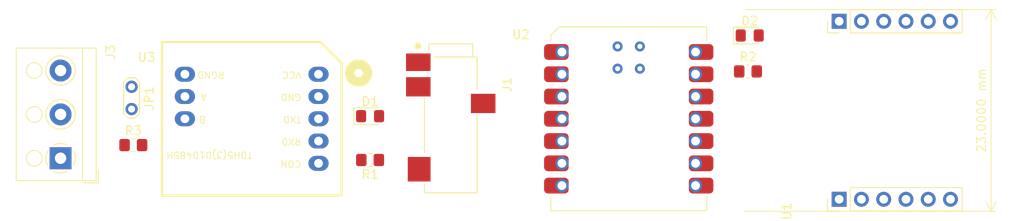
<source format=kicad_pcb>
(kicad_pcb (version 20240108) (generator "pcbnew") (generator_version "8.0")
  (layers (0 "F.Cu" signal) (31 "B.Cu" signal) (34 "B.Paste" user) (35 "F.Paste" user) (36 "B.SilkS" user "B.Silkscreen") (37 "F.SilkS" user "F.Silkscreen") (38 "B.Mask" user) (39 "F.Mask" user) (44 "Edge.Cuts" user))
  (net 0 "")
  (net 1 "GND")
  (net 2 "Net-(D1-A)")
  (net 3 "Net-(D2-A)")
  (net 4 "PRG_RST")
  (net 5 "PRG_SWCLK")
  (net 6 "PRG_SWDIO")
  (net 7 "RGND")
  (net 8 "B")
  (net 9 "A")
  (net 10 "Net-(JP1-B)")
  (net 11 "RTU_LED")
  (net 12 "ETH_LED")
  (net 13 "ETH_CS")
  (net 14 "PWR_3V3")
  (net 16 "ETH_INT")
  (net 17 "ETH_SCLK")
  (net 18 "ETH_MOSI")
  (net 19 "ETH_RST")
  (net 20 "ETH_MISO")
  (net 21 "RTU_EN")
  (net 22 "RTU_RX")
  (net 24 "RTU_TX")
  (footprint "Resistor_SMD:R_0805_2012Metric_Pad1.20x1.40mm_HandSolder" (layer "F.Cu") (at 163.2 72.5)
    (property "Reference" "R2" (at 0 -1.65 0) (layer "F.SilkS"))
    (property "Value" "300")
    (fp_line (start -0.227064 -0.735) (end 0.227064 -0.735) (stroke (width 0.12)) (layer "F.SilkS"))
    (fp_line (start -0.227064 0.735) (end 0.227064 0.735) (stroke (width 0.12)) (layer "F.SilkS"))
    (pad "1" smd roundrect (at -1 0) (size 1.2 1.4) (layers "F.Cu" "F.Paste" "F.Mask") (roundrect_rratio 0.208333) (net 12 "ETH_LED"))
    (pad "2" smd roundrect (at 1 0) (size 1.2 1.4) (layers "F.Cu" "F.Paste" "F.Mask") (roundrect_rratio 0.208333) (net 3 "Net-(D2-A)"))
  )
  (footprint "LED_SMD:LED_0805_2012Metric_Pad1.15x1.40mm_HandSolder" (layer "F.Cu") (at 163.4 68.4)
    (property "Reference" "D2" (at 0 -1.65 0) (layer "F.SilkS"))
    (property "Value" "LED")
    (fp_line (start -1.86 -0.96) (end -1.86 0.96) (stroke (width 0.12)) (layer "F.SilkS"))
    (fp_line (start -1.86 0.96) (end 1 0.96) (stroke (width 0.12)) (layer "F.SilkS"))
    (fp_line (start 1 -0.96) (end -1.86 -0.96) (stroke (width 0.12)) (layer "F.SilkS"))
    (pad "1" smd roundrect (at -1.025 0) (size 1.15 1.4) (layers "F.Cu" "F.Paste" "F.Mask") (roundrect_rratio 0.217391) (net 1 "GND"))
    (pad "2" smd roundrect (at 1.025 0) (size 1.15 1.4) (layers "F.Cu" "F.Paste" "F.Mask") (roundrect_rratio 0.217391) (net 3 "Net-(D2-A)"))
  )
  (footprint "Resistor_SMD:R_0805_2012Metric_Pad1.20x1.40mm_HandSolder" (layer "F.Cu") (at 120.1 82.6 180)
    (property "Reference" "R1" (at 0 -1.65 360) (layer "F.SilkS"))
    (property "Value" "300")
    (fp_line (start -0.227064 0.735) (end 0.227064 0.735) (stroke (width 0.12)) (layer "F.SilkS"))
    (fp_line (start -0.227064 -0.735) (end 0.227064 -0.735) (stroke (width 0.12)) (layer "F.SilkS"))
    (pad "1" smd roundrect (at -1 0 180) (size 1.2 1.4) (layers "F.Cu" "F.Paste" "F.Mask") (roundrect_rratio 0.208333) (net 11 "RTU_LED"))
    (pad "2" smd roundrect (at 1 0 180) (size 1.2 1.4) (layers "F.Cu" "F.Paste" "F.Mask") (roundrect_rratio 0.208333) (net 2 "Net-(D1-A)"))
  )
  (footprint "LED_SMD:LED_0805_2012Metric_Pad1.15x1.40mm_HandSolder" (layer "F.Cu") (at 120.1 77.6)
    (property "Reference" "D1" (at 0 -1.65 0) (layer "F.SilkS"))
    (property "Value" "LED")
    (fp_line (start -1.86 -0.96) (end -1.86 0.96) (stroke (width 0.12)) (layer "F.SilkS"))
    (fp_line (start -1.86 0.96) (end 1 0.96) (stroke (width 0.12)) (layer "F.SilkS"))
    (fp_line (start 1 -0.96) (end -1.86 -0.96) (stroke (width 0.12)) (layer "F.SilkS"))
    (pad "1" smd roundrect (at -1.025 0) (size 1.15 1.4) (layers "F.Cu" "F.Paste" "F.Mask") (roundrect_rratio 0.217391) (net 1 "GND"))
    (pad "2" smd roundrect (at 1.025 0) (size 1.15 1.4) (layers "F.Cu" "F.Paste" "F.Mask") (roundrect_rratio 0.217391) (net 2 "Net-(D1-A)"))
  )
  (footprint "td301d485h:TDH5(3)01D485H" (layer "F.Cu") (at 106.6 77.9 180)
    (property "Reference" "U3" (at 12 7 360) (layer "F.SilkS"))
    (property "Value" "THD301D485H")
    (fp_line (start 10.25 8.75) (end 10.25 -8.75) (stroke (width 0.254)) (layer "F.SilkS"))
    (fp_line (start -7.84931 8.75) (end 10.25 8.75) (stroke (width 0.254)) (layer "F.SilkS"))
    (fp_line (start -10.25 6.34931) (end -7.84931 8.75) (stroke (width 0.254)) (layer "F.SilkS"))
    (fp_line (start -10.25 6.34931) (end -10.25 -8.75) (stroke (width 0.254)) (layer "F.SilkS"))
    (fp_line (start -10.25 -8.75) (end 10.25 -8.75) (stroke (width 0.254)) (layer "F.SilkS"))
    (fp_circle (center -12.192 5.207) (end -12.192 4.74909) (stroke (width 1.1)) (fill none) (layer "F.SilkS"))
    (fp_text user "CON" (at -5.715 -4.699 180) (layer "F.SilkS") (effects (font (size 0.762 0.762) (thickness 0.1016)) (justify left bottom)))
    (fp_text user "B" (at 5.16301 0.381 180) (layer "F.SilkS") (effects (font (size 0.762 0.762) (thickness 0.1016)) (justify left bottom)))
    (fp_text user "A" (at 5.09046 2.921 180) (layer "F.SilkS") (effects (font (size 0.762 0.762) (thickness 0.1016)) (justify left bottom)))
    (fp_text user "TXD" (at -5.715 0.381 180) (layer "F.SilkS") (effects (font (size 0.762 0.762) (thickness 0.1016)) (justify left bottom)))
    (fp_text user "VCC" (at -5.715 5.461 180) (layer "F.SilkS") (effects (font (size 0.762 0.762) (thickness 0.1016)) (justify left bottom)))
    (fp_text user "TDH5(3)01D485H" (at -0.127 -3.683 180) (layer "F.SilkS") (effects (font (size 0.762 0.762) (thickness 0.1016)) (justify left bottom)))
    (fp_text user "GND" (at -5.715 2.921 180) (layer "F.SilkS") (effects (font (size 0.762 0.762) (thickness 0.1016)) (justify left bottom)))
    (fp_text user "RXD" (at -5.715 -2.159 180) (layer "F.SilkS") (effects (font (size 0.762 0.762) (thickness 0.1016)) (justify left bottom)))
    (fp_text user "RGND" (at 3.048 5.461 180) (layer "F.SilkS") (effects (font (size 0.762 0.762) (thickness 0.1016)) (justify left bottom)))
    (pad "1" thru_hole oval (at -7.62 5.08) (size 2.3 1.7) (drill 1) (layers "*.Cu" "*.Mask") (net 14 "PWR_3V3"))
    (pad "2" thru_hole oval (at -7.62 2.54) (size 2.3 1.7) (drill 1) (layers "*.Cu" "*.Mask") (net 1 "GND"))
    (pad "3" thru_hole oval (at -7.62 0) (size 2.3 1.7) (drill 1) (layers "*.Cu" "*.Mask") (net 24 "RTU_TX"))
    (pad "4" thru_hole oval (at -7.62 -2.54) (size 2.3 1.7) (drill 1) (layers "*.Cu" "*.Mask") (net 22 "RTU_RX"))
    (pad "5" thru_hole oval (at -7.62 -5.08) (size 2.3 1.7) (drill 1) (layers "*.Cu" "*.Mask") (net 21 "RTU_EN"))
    (pad "8" thru_hole oval (at 7.62 0) (size 2.3 1.7) (drill 1) (layers "*.Cu" "*.Mask") (net 8 "B"))
    (pad "9" thru_hole oval (at 7.62 2.54) (size 2.3 1.7) (drill 1) (layers "*.Cu" "*.Mask") (net 9 "A"))
    (pad "10" thru_hole oval (at 7.62 5.08) (size 2.3 1.7) (drill 1) (layers "*.Cu" "*.Mask") (net 7 "RGND"))
  )
  (footprint "TestPoint:TestPoint_2Pads_Pitch2.54mm_Drill0.8mm" (layer "F.Cu") (at 92.9 74.25 -90)
    (property "Reference" "JP1" (at 1.3 -2 90) (layer "F.SilkS"))
    (property "Value" "Jump")
    (fp_line (start -0.53 0.9) (end -1.03 0.4) (stroke (width 0.15)) (layer "F.SilkS"))
    (fp_line (start 3.07 0.9) (end -0.53 0.9) (stroke (width 0.15)) (layer "F.SilkS"))
    (fp_line (start -1.03 0.4) (end -1.03 -0.4) (stroke (width 0.15)) (layer "F.SilkS"))
    (fp_line (start 3.57 0.4) (end 3.07 0.9) (stroke (width 0.15)) (layer "F.SilkS"))
    (fp_line (start -1.03 -0.4) (end -0.53 -0.9) (stroke (width 0.15)) (layer "F.SilkS"))
    (fp_line (start 3.57 -0.4) (end 3.57 0.4) (stroke (width 0.15)) (layer "F.SilkS"))
    (fp_line (start -0.53 -0.9) (end 3.07 -0.9) (stroke (width 0.15)) (layer "F.SilkS"))
    (fp_line (start 3.07 -0.9) (end 3.57 -0.4) (stroke (width 0.15)) (layer "F.SilkS"))
    (pad "1" thru_hole circle (at 0 0 270) (size 1.4 1.4) (drill 0.8) (layers "*.Cu" "*.Mask") (net 9 "A"))
    (pad "2" thru_hole circle (at 2.54 0 270) (size 1.4 1.4) (drill 0.8) (layers "*.Cu" "*.Mask") (net 10 "Net-(JP1-B)"))
  )
  (footprint "TerminalBlock_RND:TerminalBlock_RND_205-00002_1x03_P5.00mm_Horizontal" (layer "F.Cu") (at 84.8 82.4 90)
    (property "Reference" "J3" (at 12.1 5.7 90) (layer "F.SilkS"))
    (property "Value" "RTU_CONN")
    (fp_line (start 12.56 -5.06) (end 12.56 4.06) (stroke (width 0.12)) (layer "F.SilkS"))
    (fp_line (start -2.56 -5.06) (end 12.56 -5.06) (stroke (width 0.12)) (layer "F.SilkS"))
    (fp_line (start -2.56 -5.06) (end -2.56 4.06) (stroke (width 0.12)) (layer "F.SilkS"))
    (fp_line (start 11.07 -1.275) (end 11.011 -1.216) (stroke (width 0.12)) (layer "F.SilkS"))
    (fp_line (start 6.07 -1.275) (end 6.011 -1.216) (stroke (width 0.12)) (layer "F.SilkS"))
    (fp_line (start 11.275 -1.069) (end 11.181 -0.976) (stroke (width 0.12)) (layer "F.SilkS"))
    (fp_line (start 6.275 -1.069) (end 6.181 -0.976) (stroke (width 0.12)) (layer "F.SilkS"))
    (fp_line (start 8.82 0.976) (end 8.726 1.069) (stroke (width 0.12)) (layer "F.SilkS"))
    (fp_line (start 3.82 0.976) (end 3.726 1.069) (stroke (width 0.12)) (layer "F.SilkS"))
    (fp_line (start 8.99 1.216) (end 8.931 1.274) (stroke (width 0.12)) (layer "F.SilkS"))
    (fp_line (start 3.99 1.216) (end 3.931 1.274) (stroke (width 0.12)) (layer "F.SilkS"))
    (fp_line (start -2.56 2.5) (end 12.56 2.5) (stroke (width 0.12)) (layer "F.SilkS"))
    (fp_line (start -2.8 2.56) (end -2.8 4.3) (stroke (width 0.12)) (layer "F.SilkS"))
    (fp_line (start -2.56 4.06) (end 12.56 4.06) (stroke (width 0.12)) (layer "F.SilkS"))
    (fp_line (start -2.8 4.3) (end -1.3 4.3) (stroke (width 0.12)) (layer "F.SilkS"))
    (fp_arc (start -0.789089 -1.483953) (mid -0.00005 -1.680708) (end 0.789 -1.484) (stroke (width 0.12)) (layer "F.SilkS"))
    (fp_arc (start 1.483953 -0.789089) (mid 1.680708 -0.00005) (end 1.484 0.789) (stroke (width 0.12)) (layer "F.SilkS"))
    (fp_arc (start -1.483953 0.789089) (mid -1.680708 0.00005) (end -1.484 -0.789) (stroke (width 0.12)) (layer "F.SilkS"))
    (fp_arc (start 0.788712 1.483352) (mid 0.406429 1.630097) (end 0 1.68) (stroke (width 0.12)) (layer "F.SilkS"))
    (fp_arc (start 0.029383 1.68045) (mid -0.392304 1.634281) (end -0.789 1.484) (stroke (width 0.12)) (layer "F.SilkS"))
    (fp_circle (center 10 -3) (end 10.9 -3) (stroke (width 0.12)) (fill none) (layer "F.SilkS"))
    (fp_circle (center 5 -3) (end 5.9 -3) (stroke (width 0.12)) (fill none) (layer "F.SilkS"))
    (fp_circle (center 0 -3) (end 0.9 -3) (stroke (width 0.12)) (fill none) (layer "F.SilkS"))
    (fp_circle (center 10 0) (end 11.68 0) (stroke (width 0.12)) (fill none) (layer "F.SilkS"))
    (fp_circle (center 5 0) (end 6.68 0) (stroke (width 0.12)) (fill none) (layer "F.SilkS"))
    (pad "1" thru_hole rect (at 0 0 90) (size 2.5 2.5) (drill 1.3) (layers "*.Cu" "*.Mask") (net 8 "B"))
    (pad "2" thru_hole circle (at 5 0 90) (size 2.5 2.5) (drill 1.3) (layers "*.Cu" "*.Mask") (net 9 "A"))
    (pad "3" thru_hole circle (at 10 0 90) (size 2.5 2.5) (drill 1.3) (layers "*.Cu" "*.Mask") (net 7 "RGND"))
  )
  (footprint "Resistor_SMD:R_0805_2012Metric_Pad1.20x1.40mm_HandSolder" (layer "F.Cu") (at 93.1 80.9)
    (property "Reference" "R3" (at 0 -1.65 0) (layer "F.SilkS"))
    (property "Value" "120")
    (fp_line (start -0.227064 -0.735) (end 0.227064 -0.735) (stroke (width 0.12)) (layer "F.SilkS"))
    (fp_line (start -0.227064 0.735) (end 0.227064 0.735) (stroke (width 0.12)) (layer "F.SilkS"))
    (pad "1" smd roundrect (at -1 0) (size 1.2 1.4) (layers "F.Cu" "F.Paste" "F.Mask") (roundrect_rratio 0.208333) (net 10 "Net-(JP1-B)"))
    (pad "2" smd roundrect (at 1 0) (size 1.2 1.4) (layers "F.Cu" "F.Paste" "F.Mask") (roundrect_rratio 0.208333) (net 8 "B"))
  )
  (footprint "xiao_ble:Seeeduino_Xiao" (layer "F.Cu") (at 141.98 70.28)
    (property "Reference" "U2" (at -4.68 -1.98 0) (layer "F.SilkS"))
    (property "Value" "SeeeduinoXIAO")
    (fp_line (start -1.27 -1.905) (end -0.3175 -2.8575) (stroke (width 0.12)) (layer "F.SilkS"))
    (fp_line (start -1.27 -1.27) (end -1.27 -1.905) (stroke (width 0.12)) (layer "F.SilkS"))
    (fp_line (start -1.27 16.51) (end -1.27 18.0975) (stroke (width 0.12)) (layer "F.SilkS"))
    (fp_line (start -1.27 18.0975) (end 16.51 18.0975) (stroke (width 0.12)) (layer "F.SilkS"))
    (fp_line (start -0.3175 -2.8575) (end 16.51 -2.8575) (stroke (width 0.12)) (layer "F.SilkS"))
    (fp_line (start 16.51 -2.8575) (end 16.51 -1.27) (stroke (width 0.12)) (layer "F.SilkS"))
    (fp_line (start 16.51 18.0975) (end 16.51 16.51) (stroke (width 0.12)) (layer "F.SilkS"))
    (pad "1" smd roundrect (at -0.635 0) (size 2.8 1.8) (layers "F.Cu" "F.Mask") (net 21 "RTU_EN"))
    (pad "1" thru_hole circle (at 0 0) (size 1.5 1.5) (drill 1) (layers "*.Cu" "*.Mask") (net 21 "RTU_EN"))
    (pad "2" smd roundrect (at -0.635 2.54) (size 2.8 1.8) (layers "F.Cu" "F.Mask") (net 16 "ETH_INT"))
    (pad "2" thru_hole circle (at 0 2.54) (size 1.5 1.5) (drill 1) (layers "*.Cu" "*.Mask") (net 16 "ETH_INT"))
    (pad "3" smd roundrect (at -0.635 5.08) (size 2.8 1.8) (layers "F.Cu" "F.Mask") (net 13 "ETH_CS"))
    (pad "3" thru_hole circle (at 0 5.08) (size 1.5 1.5) (drill 1) (layers "*.Cu" "*.Mask") (net 13 "ETH_CS"))
    (pad "4" smd roundrect (at -0.635 7.62) (size 2.8 1.8) (layers "F.Cu" "F.Mask") (net 19 "ETH_RST"))
    (pad "4" thru_hole circle (at 0 7.62) (size 1.5 1.5) (drill 1) (layers "*.Cu" "*.Mask") (net 19 "ETH_RST"))
    (pad "5" smd roundrect (at -0.635 10.16) (size 2.8 1.8) (layers "F.Cu" "F.Mask") (net 12 "ETH_LED"))
    (pad "5" thru_hole circle (at 0 10.16) (size 1.5 1.5) (drill 1) (layers "*.Cu" "*.Mask") (net 12 "ETH_LED"))
    (pad "6" smd roundrect (at -0.635 12.7) (size 2.8 1.8) (layers "F.Cu" "F.Mask") (net 11 "RTU_LED"))
    (pad "6" thru_hole circle (at 0 12.7) (size 1.5 1.5) (drill 1) (layers "*.Cu" "*.Mask") (net 11 "RTU_LED"))
    (pad "7" smd roundrect (at -0.635 15.24) (size 2.8 1.8) (layers "F.Cu" "F.Mask") (net 22 "RTU_RX"))
    (pad "7" thru_hole circle (at 0 15.24) (size 1.5 1.5) (drill 1) (layers "*.Cu" "*.Mask") (net 22 "RTU_RX"))
    (pad "8" thru_hole circle (at 15.24 15.24) (size 1.5 1.5) (drill 1) (layers "*.Cu" "*.Mask") (net 24 "RTU_TX"))
    (pad "8" smd roundrect (at 15.875 15.24 180) (size 2.8 1.8) (layers "F.Cu" "F.Mask") (net 24 "RTU_TX"))
    (pad "9" thru_hole circle (at 15.24 12.7) (size 1.5 1.5) (drill 1) (layers "*.Cu" "*.Mask") (net 17 "ETH_SCLK"))
    (pad "9" smd roundrect (at 15.875 12.7 180) (size 2.8 1.8) (layers "F.Cu" "F.Mask") (net 17 "ETH_SCLK"))
    (pad "10" thru_hole circle (at 15.24 10.16) (size 1.5 1.5) (drill 1) (layers "*.Cu" "*.Mask") (net 20 "ETH_MISO"))
    (pad "10" smd roundrect (at 15.875 10.16 180) (size 2.8 1.8) (layers "F.Cu" "F.Mask") (net 20 "ETH_MISO"))
    (pad "11" thru_hole circle (at 15.24 7.62) (size 1.5 1.5) (drill 1) (layers "*.Cu" "*.Mask") (net 18 "ETH_MOSI"))
    (pad "11" smd roundrect (at 15.875 7.62 180) (size 2.8 1.8) (layers "F.Cu" "F.Mask") (net 18 "ETH_MOSI"))
    (pad "12" thru_hole circle (at 15.24 5.08) (size 1.5 1.5) (drill 1) (layers "*.Cu" "*.Mask") (net 14 "PWR_3V3"))
    (pad "12" smd roundrect (at 15.875 5.08 180) (size 2.8 1.8) (layers "F.Cu" "F.Mask") (net 14 "PWR_3V3"))
    (pad "13" thru_hole circle (at 15.24 2.54) (size 1.5 1.5) (drill 1) (layers "*.Cu" "*.Mask") (net 1 "GND"))
    (pad "13" smd roundrect (at 15.875 2.54 180) (size 2.8 1.8) (layers "F.Cu" "F.Mask") (net 1 "GND"))
    (pad "14" thru_hole circle (at 15.24 0) (size 1.5 1.5) (drill 1) (layers "*.Cu" "*.Mask"))
    (pad "14" smd roundrect (at 15.875 0 180) (size 2.8 1.8) (layers "F.Cu" "F.Mask"))
    (pad "17" thru_hole circle (at 6.35 -0.635 180) (size 1.143 1.143) (drill 0.5715) (layers "*.Cu" "*.Mask") (net 6 "PRG_SWDIO"))
    (pad "18" thru_hole circle (at 8.89 -0.635 180) (size 1.143 1.143) (drill 0.5715) (layers "*.Cu" "*.Mask") (net 5 "PRG_SWCLK"))
    (pad "19" thru_hole circle (at 6.35 1.905 180) (size 1.143 1.143) (drill 0.5715) (layers "*.Cu" "*.Mask") (net 4 "PRG_RST"))
    (pad "20" thru_hole circle (at 8.89 1.905 180) (size 1.143 1.143) (drill 0.5715) (layers "*.Cu" "*.Mask") (net 1 "GND"))
  )
  (footprint "audjck3:CUI_SJ-43514-SMT" (layer "F.Cu") (at 129.3 78.6 -90)
    (property "Reference" "J1" (at -4.596025 -6.414335 90) (layer "F.SilkS") (effects (font (size 1.004591 1.004591))))
    (property "Value" "SJ-43514-SMT")
    (fp_line (start -3.05 3) (end 3.15 3) (stroke (width 0.127)) (layer "F.SilkS"))
    (fp_line (start 6.8 3) (end 7.75 3) (stroke (width 0.127)) (layer "F.SilkS"))
    (fp_line (start -9.25 2.5) (end -8.45 2.5) (stroke (width 0.127)) (layer "F.SilkS"))
    (fp_line (start -9.25 -2.5) (end -9.25 2.5) (stroke (width 0.127)) (layer "F.SilkS"))
    (fp_line (start -7.75 -2.5) (end -7.75 1.95) (stroke (width 0.127)) (layer "F.SilkS"))
    (fp_line (start -7.75 -2.5) (end -9.25 -2.5) (stroke (width 0.127)) (layer "F.SilkS"))
    (fp_line (start -7.75 -3) (end -7.75 -2.5) (stroke (width 0.127)) (layer "F.SilkS"))
    (fp_line (start -4.05 -3) (end -7.75 -3) (stroke (width 0.127)) (layer "F.SilkS"))
    (fp_line (start 7.75 -3) (end 7.75 3) (stroke (width 0.127)) (layer "F.SilkS"))
    (fp_line (start 7.75 -3) (end -1.05 -3) (stroke (width 0.127)) (layer "F.SilkS"))
    (fp_circle (center -9 3.75) (end -8.8 3.75) (stroke (width 0.4)) (fill none) (layer "F.SilkS"))
    (pad "" np_thru_hole circle (at -3.25 0 270) (size 1.7 1.7) (drill 1.7) (layers "*.Cu" "*.Mask"))
    (pad "" np_thru_hole circle (at 3.75 0 270) (size 1.7 1.7) (drill 1.7) (layers "*.Cu" "*.Mask"))
    (pad "1" smd rect (at -7.15 3.7 90) (size 2 2.8) (layers "F.Cu" "F.Paste" "F.Mask") (net 6 "PRG_SWDIO"))
    (pad "2" smd rect (at 5.05 3.6 90) (size 2.8 2.6) (layers "F.Cu" "F.Paste" "F.Mask") (net 1 "GND"))
    (pad "3" smd rect (at -2.45 -3.7 90) (size 2.2 2.8) (layers "F.Cu" "F.Paste" "F.Mask") (net 4 "PRG_RST"))
    (pad "4" smd rect (at -4.35 3.7 90) (size 2.2 2.8) (layers "F.Cu" "F.Paste" "F.Mask") (net 5 "PRG_SWCLK"))
  )
  (footprint "w5500_lite:w5500_lite" (layer "F.Cu") (at 172.33 88.45 90)
    (property "Reference" "U1" (at 0.01 -4.7 90) (layer "F.SilkS"))
    (property "Value" "~")
    (fp_line (start 20.34 -0.06) (end 21.67 -0.06) (stroke (width 0.12)) (layer "F.SilkS"))
    (fp_line (start 0.04 -0.06) (end 1.37 -0.06) (stroke (width 0.12)) (layer "F.SilkS"))
    (fp_line (start 20.34 1.27) (end 20.34 -0.06) (stroke (width 0.12)) (layer "F.SilkS"))
    (fp_line (start 0.04 1.27) (end 0.04 -0.06) (stroke (width 0.12)) (layer "F.SilkS"))
    (fp_line (start 23 2.54) (end 23 15.3) (stroke (width 0.12)) (layer "F.SilkS"))
    (fp_line (start 20.34 2.54) (end 23 2.54) (stroke (width 0.12)) (layer "F.SilkS"))
    (fp_line (start 20.34 2.54) (end 20.34 15.3) (stroke (width 0.12)) (layer "F.SilkS"))
    (fp_line (start 2.7 2.54) (end 2.7 15.3) (stroke (width 0.12)) (layer "F.SilkS"))
    (fp_line (start 0.04 2.54) (end 2.7 2.54) (stroke (width 0.12)) (layer "F.SilkS"))
    (fp_line (start 0.04 2.54) (end 0.04 15.3) (stroke (width 0.12)) (layer "F.SilkS"))
    (fp_line (start 20.34 15.3) (end 23 15.3) (stroke (width 0.12)) (layer "F.SilkS"))
    (fp_line (start 0.04 15.3) (end 2.7 15.3) (stroke (width 0.12)) (layer "F.SilkS"))
    (dimension (type aligned) (layer "F.SilkS") (pts (xy 162.23 88.45) (xy 162.23 65.45)) (height 28.7) (gr_text "23.0000 mm" (at 189.83 76.95 90) (layer "F.SilkS") (effects (font (size 1 1) (thickness 0.1)))) (format (prefix "") (suffix "") (units 3) (units_format 1) (precision 4)) (style (thickness 0.1) (arrow_length 1.27) (text_position_mode 0) (extension_height 0.58642) (extension_offset 0.5) keep_text_aligned))
    (pad "1" thru_hole rect (at 1.37 1.27 90) (size 1.7 1.7) (drill 1) (layers "*.Cu" "*.Mask") (net 20 "ETH_MISO"))
    (pad "2" thru_hole oval (at 1.37 3.81 90) (size 1.7 1.7) (drill 1) (layers "*.Cu" "*.Mask") (net 19 "ETH_RST"))
    (pad "3" thru_hole oval (at 1.37 6.35 90) (size 1.7 1.7) (drill 1) (layers "*.Cu" "*.Mask"))
    (pad "4" thru_hole oval (at 1.37 8.89 90) (size 1.7 1.7) (drill 1) (layers "*.Cu" "*.Mask") (net 14 "PWR_3V3"))
    (pad "5" thru_hole oval (at 1.37 11.43 90) (size 1.7 1.7) (drill 1) (layers "*.Cu" "*.Mask") (net 14 "PWR_3V3"))
    (pad "6" thru_hole oval (at 1.37 13.97 90) (size 1.7 1.7) (drill 1) (layers "*.Cu" "*.Mask") (net 1 "GND"))
    (pad "7" thru_hole oval (at 21.67 13.97 90) (size 1.7 1.7) (drill 1) (layers "*.Cu" "*.Mask") (net 1 "GND"))
    (pad "8" thru_hole oval (at 21.67 11.43 90) (size 1.7 1.7) (drill 1) (layers "*.Cu" "*.Mask") (net 1 "GND"))
    (pad "9" thru_hole oval (at 21.67 8.89 90) (size 1.7 1.7) (drill 1) (layers "*.Cu" "*.Mask") (net 18 "ETH_MOSI"))
    (pad "10" thru_hole oval (at 21.67 6.35 90) (size 1.7 1.7) (drill 1) (layers "*.Cu" "*.Mask") (net 17 "ETH_SCLK"))
    (pad "11" thru_hole oval (at 21.67 3.81 90) (size 1.7 1.7) (drill 1) (layers "*.Cu" "*.Mask") (net 13 "ETH_CS"))
    (pad "12" thru_hole rect (at 21.67 1.27 90) (size 1.7 1.7) (drill 1) (layers "*.Cu" "*.Mask") (net 16 "ETH_INT"))
  )
)
</source>
